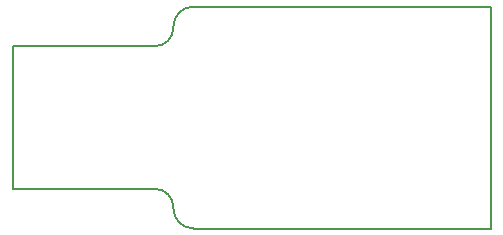
<source format=gko>
G04 #@! TF.FileFunction,Profile,NP*
%FSLAX46Y46*%
G04 Gerber Fmt 4.6, Leading zero omitted, Abs format (unit mm)*
G04 Created by KiCad (PCBNEW 4.0.1-2.fc23-product) date Tue 19 Jan 2016 10:16:10 PM CET*
%MOMM*%
G01*
G04 APERTURE LIST*
%ADD10C,0.100000*%
%ADD11C,0.150000*%
G04 APERTURE END LIST*
D10*
D11*
X173799500Y-114363500D02*
X173799500Y-114300000D01*
X175514000Y-116078000D02*
X184150000Y-116078000D01*
X173799500Y-99060000D02*
X173799500Y-98996500D01*
X173799500Y-114363500D02*
G75*
G03X175514000Y-116078000I1714500J0D01*
G01*
X175514000Y-97282000D02*
G75*
G03X173799500Y-98996500I0J-1714500D01*
G01*
X184150000Y-97282000D02*
X175514000Y-97282000D01*
X173799500Y-114300000D02*
G75*
G03X172212000Y-112712500I-1587500J0D01*
G01*
X172212000Y-100647500D02*
G75*
G03X173799500Y-99060000I0J1587500D01*
G01*
X160210500Y-112712500D02*
X172212000Y-112712500D01*
X160210500Y-100647500D02*
X160210500Y-112712500D01*
X172212000Y-100647500D02*
X160210500Y-100647500D01*
X200660000Y-116078000D02*
X184150000Y-116078000D01*
X200660000Y-97282000D02*
X200660000Y-116078000D01*
X184150000Y-97282000D02*
X200660000Y-97282000D01*
M02*

</source>
